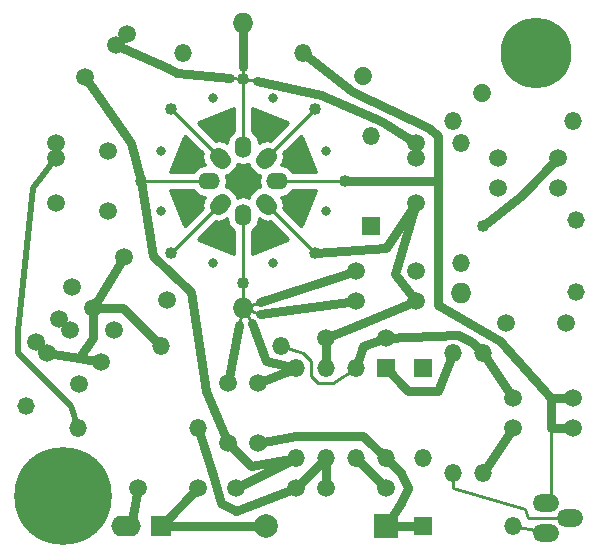
<source format=gbl>
G04 (created by PCBNEW (22-Jun-2014 BZR 4027)-stable) date Mon 25 Jun 2018 12:36:10 AM CDT*
%MOIN*%
G04 Gerber Fmt 3.4, Leading zero omitted, Abs format*
%FSLAX34Y34*%
G01*
G70*
G90*
G04 APERTURE LIST*
%ADD10C,0.00590551*%
%ADD11O,0.0885X0.059*%
%ADD12O,0.059X0.059*%
%ADD13R,0.059X0.059*%
%ADD14R,0.069X0.069*%
%ADD15O,0.099X0.069*%
%ADD16C,0.23622*%
%ADD17C,0.059*%
%ADD18O,0.069X0.069*%
%ADD19R,0.079X0.079*%
%ADD20C,0.079*%
%ADD21C,0.325*%
%ADD22C,0.059*%
%ADD23O,0.058X0.058*%
%ADD24C,0.056*%
%ADD25O,0.072X0.056*%
%ADD26O,0.056X0.072*%
%ADD27O,0.032X0.032*%
%ADD28C,0.04*%
%ADD29C,0.03*%
%ADD30C,0.01*%
%ADD31C,0.02*%
G04 APERTURE END LIST*
G54D10*
G54D11*
X95852Y-43250D03*
X96647Y-43750D03*
X95852Y-44250D03*
G54D12*
X92750Y-38250D03*
X92750Y-42250D03*
X93750Y-42250D03*
X93750Y-38250D03*
X83000Y-38000D03*
X87000Y-38000D03*
X83750Y-28250D03*
X87750Y-28250D03*
X84250Y-40750D03*
X80250Y-40750D03*
G54D13*
X90500Y-38750D03*
G54D12*
X89500Y-38750D03*
X88500Y-38750D03*
X87500Y-38750D03*
X87500Y-41750D03*
X88500Y-41750D03*
X90500Y-41750D03*
X89500Y-41750D03*
G54D14*
X83000Y-44000D03*
G54D15*
X81850Y-44000D03*
G54D16*
X95500Y-28250D03*
G54D17*
X94750Y-40750D03*
X96750Y-40750D03*
X91500Y-36500D03*
X89500Y-36500D03*
X85250Y-41250D03*
X85250Y-39250D03*
X86250Y-41250D03*
X86250Y-39250D03*
X88500Y-42750D03*
X90500Y-42750D03*
X81792Y-35042D03*
X83207Y-36457D03*
X81250Y-31500D03*
X81250Y-33500D03*
X96750Y-39750D03*
X94750Y-39750D03*
X90500Y-37750D03*
X88500Y-37750D03*
X87500Y-42750D03*
X85500Y-42750D03*
G54D18*
X85750Y-36750D03*
G54D19*
X90500Y-44000D03*
G54D20*
X86500Y-44000D03*
G54D13*
X91750Y-38750D03*
G54D12*
X91750Y-41750D03*
G54D13*
X90000Y-34000D03*
G54D12*
X90000Y-31000D03*
G54D13*
X91750Y-44000D03*
G54D12*
X94750Y-44000D03*
G54D17*
X81883Y-27616D03*
X80469Y-29030D03*
X81530Y-27969D03*
X79500Y-31250D03*
X79500Y-33250D03*
X79500Y-31750D03*
X91500Y-31250D03*
X91500Y-33250D03*
X91500Y-31750D03*
G54D21*
X79750Y-43000D03*
G54D18*
X85750Y-27250D03*
G54D22*
X89750Y-29000D02*
X89750Y-29000D01*
X93711Y-29556D02*
X93711Y-29556D01*
G54D12*
X96750Y-30500D03*
X92750Y-30500D03*
X93000Y-31250D03*
X93000Y-35250D03*
G54D17*
X94250Y-31750D03*
X96250Y-31750D03*
X96250Y-32750D03*
X94250Y-32750D03*
X96500Y-37250D03*
X94500Y-37250D03*
G54D18*
X93000Y-36250D03*
G54D17*
X79616Y-37116D03*
X81030Y-38530D03*
X79969Y-37469D03*
X78866Y-37866D03*
X80280Y-39280D03*
X79219Y-38219D03*
X80042Y-36042D03*
X81457Y-37457D03*
X80750Y-36750D03*
G54D23*
X96850Y-33800D03*
X96850Y-36200D03*
X78500Y-40000D03*
G54D24*
X85042Y-31792D02*
X84929Y-31679D01*
X86570Y-31679D02*
X86457Y-31792D01*
G54D25*
X86890Y-32500D03*
G54D26*
X85750Y-31359D03*
G54D24*
X86570Y-33320D02*
X86457Y-33207D01*
G54D26*
X85750Y-33640D03*
G54D24*
X85042Y-33207D02*
X84929Y-33320D01*
G54D25*
X84609Y-32500D03*
G54D17*
X84250Y-42750D03*
X82250Y-42750D03*
X91500Y-35500D03*
X89500Y-35500D03*
G54D27*
X85750Y-32500D03*
X86500Y-30750D03*
X87500Y-31750D03*
X87500Y-33250D03*
X86500Y-34250D03*
X85000Y-34250D03*
X84000Y-33250D03*
X84000Y-31750D03*
X85000Y-30750D03*
X84750Y-29750D03*
X86750Y-29750D03*
X83000Y-31500D03*
X83000Y-33500D03*
X88500Y-31500D03*
X88500Y-33500D03*
X86750Y-35250D03*
X84750Y-35250D03*
G54D28*
X89150Y-32500D03*
X82350Y-32500D03*
X83350Y-30100D03*
X88150Y-34900D03*
X88150Y-30100D03*
X83350Y-34900D03*
X85750Y-29100D03*
X93750Y-34000D03*
X85750Y-35900D03*
G54D29*
X89500Y-41000D02*
X89750Y-41000D01*
X87500Y-41000D02*
X89500Y-41000D01*
X86250Y-41250D02*
X87500Y-41000D01*
X89750Y-41000D02*
X90500Y-41750D01*
X90500Y-41750D02*
X91000Y-42250D01*
X91000Y-43250D02*
X90500Y-44000D01*
X91250Y-42750D02*
X91000Y-43250D01*
X91000Y-42250D02*
X91250Y-42750D01*
X90500Y-44000D02*
X91750Y-44000D01*
X96000Y-39750D02*
X94300Y-37850D01*
X92250Y-34250D02*
X92250Y-36642D01*
X92250Y-34250D02*
X92250Y-32500D01*
X94300Y-37850D02*
X92250Y-36642D01*
X96000Y-40750D02*
X96750Y-40750D01*
G54D30*
X96000Y-43250D02*
X96000Y-40750D01*
G54D29*
X96000Y-40750D02*
X96000Y-39750D01*
X96000Y-39750D02*
X96750Y-39750D01*
X92250Y-32500D02*
X92250Y-32500D01*
X92250Y-32500D02*
X92250Y-31000D01*
X92250Y-31000D02*
X91956Y-30742D01*
X91956Y-30742D02*
X89408Y-29539D01*
X89408Y-29539D02*
X87750Y-28250D01*
G54D30*
X86739Y-32500D02*
X89150Y-32500D01*
G54D29*
X89150Y-32500D02*
X92250Y-32500D01*
X92250Y-32500D02*
X92250Y-32500D01*
X92250Y-32500D02*
X92250Y-32500D01*
G54D30*
X89250Y-32500D02*
X89150Y-32500D01*
G54D29*
X85000Y-43250D02*
X84750Y-42300D01*
X85500Y-43500D02*
X85000Y-43250D01*
X87500Y-42750D02*
X85500Y-43500D01*
X84750Y-42300D02*
X84250Y-40750D01*
X88500Y-41750D02*
X87500Y-42750D01*
X88500Y-41750D02*
X88500Y-42750D01*
X82350Y-32500D02*
X82000Y-31250D01*
X82000Y-31250D02*
X80469Y-29030D01*
G54D30*
X84760Y-32500D02*
X82350Y-32500D01*
G54D29*
X84500Y-39500D02*
X85250Y-41250D01*
X82750Y-35000D02*
X84030Y-36217D01*
X84030Y-36217D02*
X84500Y-39500D01*
X82350Y-32500D02*
X82750Y-35000D01*
X87500Y-41750D02*
X86000Y-42000D01*
X86000Y-42000D02*
X85250Y-41250D01*
X87500Y-41750D02*
X85500Y-42750D01*
X90500Y-42750D02*
X89500Y-41750D01*
X93750Y-42250D02*
X94750Y-40750D01*
X90500Y-38750D02*
X91250Y-39500D01*
X92250Y-39500D02*
X92750Y-38250D01*
X91250Y-39500D02*
X92250Y-39500D01*
G54D30*
X94750Y-44000D02*
X96000Y-44250D01*
X95250Y-43750D02*
X95150Y-43450D01*
X95150Y-43450D02*
X92750Y-42750D01*
X96500Y-43750D02*
X95250Y-43750D01*
X92750Y-42750D02*
X92750Y-42250D01*
G54D29*
X90500Y-37750D02*
X92900Y-37650D01*
X93375Y-37875D02*
X93750Y-38250D01*
X92900Y-37650D02*
X93375Y-37875D01*
X93750Y-38250D02*
X94750Y-39750D01*
G54D30*
X87000Y-38000D02*
X87750Y-38250D01*
X88750Y-39250D02*
X89500Y-38750D01*
X88250Y-39250D02*
X88750Y-39250D01*
X88000Y-39000D02*
X88250Y-39250D01*
X88000Y-38500D02*
X88000Y-39000D01*
X87750Y-38250D02*
X88000Y-38500D01*
G54D29*
X89500Y-38750D02*
X89750Y-38000D01*
X89750Y-38000D02*
X90500Y-37750D01*
G54D31*
X80250Y-40750D02*
X80000Y-40000D01*
X80000Y-40000D02*
X78250Y-38250D01*
X78250Y-38250D02*
X78250Y-37500D01*
X78250Y-37500D02*
X78750Y-32750D01*
X78750Y-32750D02*
X79500Y-31750D01*
G54D30*
X85042Y-31792D02*
X83350Y-30100D01*
X83350Y-30100D02*
X83400Y-30100D01*
G54D29*
X79500Y-31750D02*
X79500Y-31250D01*
G54D30*
X86457Y-33207D02*
X88150Y-34900D01*
G54D29*
X91500Y-33250D02*
X90800Y-35600D01*
X90800Y-35600D02*
X91500Y-36500D01*
X88150Y-34900D02*
X90500Y-34750D01*
X90500Y-34750D02*
X91500Y-33250D01*
X90500Y-34750D02*
X90500Y-34750D01*
X88500Y-37750D02*
X89750Y-37250D01*
X89750Y-37250D02*
X91500Y-36500D01*
X88500Y-38750D02*
X88500Y-37750D01*
G54D30*
X88150Y-34900D02*
X88250Y-35000D01*
X86457Y-31792D02*
X88150Y-30100D01*
G54D29*
X84250Y-42750D02*
X83000Y-44000D01*
X83000Y-44000D02*
X86500Y-44000D01*
X86500Y-44000D02*
X86500Y-44000D01*
X80267Y-38399D02*
X80750Y-37750D01*
X80750Y-37750D02*
X80750Y-36750D01*
X78866Y-37866D02*
X79219Y-38219D01*
X79219Y-38219D02*
X80267Y-38399D01*
X80267Y-38399D02*
X81030Y-38530D01*
X80750Y-36750D02*
X81750Y-36750D01*
X81750Y-36750D02*
X83000Y-38000D01*
X81792Y-35042D02*
X80750Y-36750D01*
G54D30*
X83350Y-34900D02*
X85042Y-33207D01*
X85750Y-29100D02*
X85300Y-29077D01*
G54D29*
X85300Y-29077D02*
X83550Y-28900D01*
X83550Y-28900D02*
X83250Y-28750D01*
X83250Y-28750D02*
X81530Y-27969D01*
X81530Y-27969D02*
X81883Y-27616D01*
G54D30*
X85750Y-29100D02*
X85750Y-28700D01*
G54D29*
X85750Y-28700D02*
X85750Y-27250D01*
X91500Y-31250D02*
X91500Y-31750D01*
G54D30*
X85750Y-29100D02*
X86200Y-29172D01*
G54D29*
X86200Y-29172D02*
X88341Y-29637D01*
X88341Y-29637D02*
X90350Y-30500D01*
X90350Y-30500D02*
X91500Y-31250D01*
G54D30*
X85750Y-31510D02*
X85750Y-29100D01*
G54D29*
X82250Y-42750D02*
X82000Y-44000D01*
X95000Y-33000D02*
X96250Y-31750D01*
X95000Y-33000D02*
X93750Y-34000D01*
X93750Y-34000D02*
X93750Y-34000D01*
G54D30*
X85750Y-36750D02*
X85750Y-35900D01*
X85750Y-35900D02*
X85750Y-33489D01*
X85750Y-36750D02*
X86300Y-36950D01*
G54D29*
X86300Y-36950D02*
X89500Y-36500D01*
G54D30*
X85750Y-36750D02*
X86050Y-37250D01*
G54D29*
X86050Y-37250D02*
X86500Y-38500D01*
X86500Y-38500D02*
X87500Y-38750D01*
G54D30*
X85750Y-36750D02*
X86300Y-36550D01*
G54D29*
X86300Y-36550D02*
X89500Y-35500D01*
X85250Y-39250D02*
X85600Y-37300D01*
G54D30*
X85600Y-37300D02*
X85750Y-36750D01*
G54D29*
X86250Y-39250D02*
X86250Y-39250D01*
X86250Y-39250D02*
X87500Y-38750D01*
G54D30*
X86250Y-39250D02*
X87500Y-38750D01*
G54D10*
G36*
X84498Y-31973D02*
X84314Y-32010D01*
X84142Y-32125D01*
X84092Y-32200D01*
X83323Y-32200D01*
X83792Y-31028D01*
X83823Y-30997D01*
X84408Y-31583D01*
X84391Y-31671D01*
X84431Y-31874D01*
X84498Y-31973D01*
X84498Y-31973D01*
G37*
G54D30*
X84498Y-31973D02*
X84314Y-32010D01*
X84142Y-32125D01*
X84092Y-32200D01*
X83323Y-32200D01*
X83792Y-31028D01*
X83823Y-30997D01*
X84408Y-31583D01*
X84391Y-31671D01*
X84431Y-31874D01*
X84498Y-31973D01*
G54D10*
G36*
X84498Y-33026D02*
X84431Y-33125D01*
X84391Y-33328D01*
X84408Y-33416D01*
X83823Y-34002D01*
X83792Y-33971D01*
X83323Y-32800D01*
X84092Y-32800D01*
X84142Y-32874D01*
X84314Y-32989D01*
X84498Y-33026D01*
X84498Y-33026D01*
G37*
G54D30*
X84498Y-33026D02*
X84431Y-33125D01*
X84391Y-33328D01*
X84408Y-33416D01*
X83823Y-34002D01*
X83792Y-33971D01*
X83323Y-32800D01*
X84092Y-32800D01*
X84142Y-32874D01*
X84314Y-32989D01*
X84498Y-33026D01*
G54D10*
G36*
X85450Y-30842D02*
X85375Y-30892D01*
X85260Y-31064D01*
X85223Y-31248D01*
X85124Y-31181D01*
X84921Y-31141D01*
X84833Y-31158D01*
X84247Y-30573D01*
X84278Y-30542D01*
X85450Y-30073D01*
X85450Y-30842D01*
X85450Y-30842D01*
G37*
G54D30*
X85450Y-30842D02*
X85375Y-30892D01*
X85260Y-31064D01*
X85223Y-31248D01*
X85124Y-31181D01*
X84921Y-31141D01*
X84833Y-31158D01*
X84247Y-30573D01*
X84278Y-30542D01*
X85450Y-30073D01*
X85450Y-30842D01*
G54D10*
G36*
X85450Y-34926D02*
X84278Y-34457D01*
X84247Y-34426D01*
X84833Y-33841D01*
X84921Y-33858D01*
X85124Y-33818D01*
X85223Y-33751D01*
X85260Y-33935D01*
X85375Y-34107D01*
X85450Y-34157D01*
X85450Y-34926D01*
X85450Y-34926D01*
G37*
G54D30*
X85450Y-34926D02*
X84278Y-34457D01*
X84247Y-34426D01*
X84833Y-33841D01*
X84921Y-33858D01*
X85124Y-33818D01*
X85223Y-33751D01*
X85260Y-33935D01*
X85375Y-34107D01*
X85450Y-34157D01*
X85450Y-34926D01*
G54D10*
G36*
X86307Y-32696D02*
X86245Y-32709D01*
X86073Y-32823D01*
X85959Y-32995D01*
X85946Y-33057D01*
X85750Y-33018D01*
X85553Y-33057D01*
X85541Y-32995D01*
X85426Y-32823D01*
X85254Y-32709D01*
X85192Y-32696D01*
X85231Y-32500D01*
X85192Y-32303D01*
X85254Y-32291D01*
X85426Y-32176D01*
X85541Y-32004D01*
X85553Y-31942D01*
X85750Y-31981D01*
X85946Y-31942D01*
X85959Y-32004D01*
X86073Y-32176D01*
X86245Y-32291D01*
X86307Y-32303D01*
X86268Y-32500D01*
X86307Y-32696D01*
X86307Y-32696D01*
G37*
G54D30*
X86307Y-32696D02*
X86245Y-32709D01*
X86073Y-32823D01*
X85959Y-32995D01*
X85946Y-33057D01*
X85750Y-33018D01*
X85553Y-33057D01*
X85541Y-32995D01*
X85426Y-32823D01*
X85254Y-32709D01*
X85192Y-32696D01*
X85231Y-32500D01*
X85192Y-32303D01*
X85254Y-32291D01*
X85426Y-32176D01*
X85541Y-32004D01*
X85553Y-31942D01*
X85750Y-31981D01*
X85946Y-31942D01*
X85959Y-32004D01*
X86073Y-32176D01*
X86245Y-32291D01*
X86307Y-32303D01*
X86268Y-32500D01*
X86307Y-32696D01*
G54D10*
G36*
X87252Y-30573D02*
X86666Y-31158D01*
X86578Y-31141D01*
X86375Y-31181D01*
X86276Y-31248D01*
X86239Y-31064D01*
X86124Y-30892D01*
X86050Y-30842D01*
X86050Y-30073D01*
X87221Y-30542D01*
X87252Y-30573D01*
X87252Y-30573D01*
G37*
G54D30*
X87252Y-30573D02*
X86666Y-31158D01*
X86578Y-31141D01*
X86375Y-31181D01*
X86276Y-31248D01*
X86239Y-31064D01*
X86124Y-30892D01*
X86050Y-30842D01*
X86050Y-30073D01*
X87221Y-30542D01*
X87252Y-30573D01*
G54D10*
G36*
X87252Y-34426D02*
X87221Y-34457D01*
X86050Y-34926D01*
X86050Y-34157D01*
X86124Y-34107D01*
X86239Y-33935D01*
X86276Y-33751D01*
X86375Y-33818D01*
X86578Y-33858D01*
X86666Y-33841D01*
X87252Y-34426D01*
X87252Y-34426D01*
G37*
G54D30*
X87252Y-34426D02*
X87221Y-34457D01*
X86050Y-34926D01*
X86050Y-34157D01*
X86124Y-34107D01*
X86239Y-33935D01*
X86276Y-33751D01*
X86375Y-33818D01*
X86578Y-33858D01*
X86666Y-33841D01*
X87252Y-34426D01*
G54D10*
G36*
X88176Y-32200D02*
X87407Y-32200D01*
X87357Y-32125D01*
X87185Y-32010D01*
X87001Y-31973D01*
X87068Y-31874D01*
X87108Y-31671D01*
X87091Y-31583D01*
X87676Y-30997D01*
X87707Y-31028D01*
X88176Y-32200D01*
X88176Y-32200D01*
G37*
G54D30*
X88176Y-32200D02*
X87407Y-32200D01*
X87357Y-32125D01*
X87185Y-32010D01*
X87001Y-31973D01*
X87068Y-31874D01*
X87108Y-31671D01*
X87091Y-31583D01*
X87676Y-30997D01*
X87707Y-31028D01*
X88176Y-32200D01*
G54D10*
G36*
X88176Y-32800D02*
X87707Y-33971D01*
X87676Y-34002D01*
X87091Y-33416D01*
X87108Y-33328D01*
X87068Y-33125D01*
X87001Y-33026D01*
X87185Y-32989D01*
X87357Y-32874D01*
X87407Y-32800D01*
X88176Y-32800D01*
X88176Y-32800D01*
G37*
G54D30*
X88176Y-32800D02*
X87707Y-33971D01*
X87676Y-34002D01*
X87091Y-33416D01*
X87108Y-33328D01*
X87068Y-33125D01*
X87001Y-33026D01*
X87185Y-32989D01*
X87357Y-32874D01*
X87407Y-32800D01*
X88176Y-32800D01*
M02*

</source>
